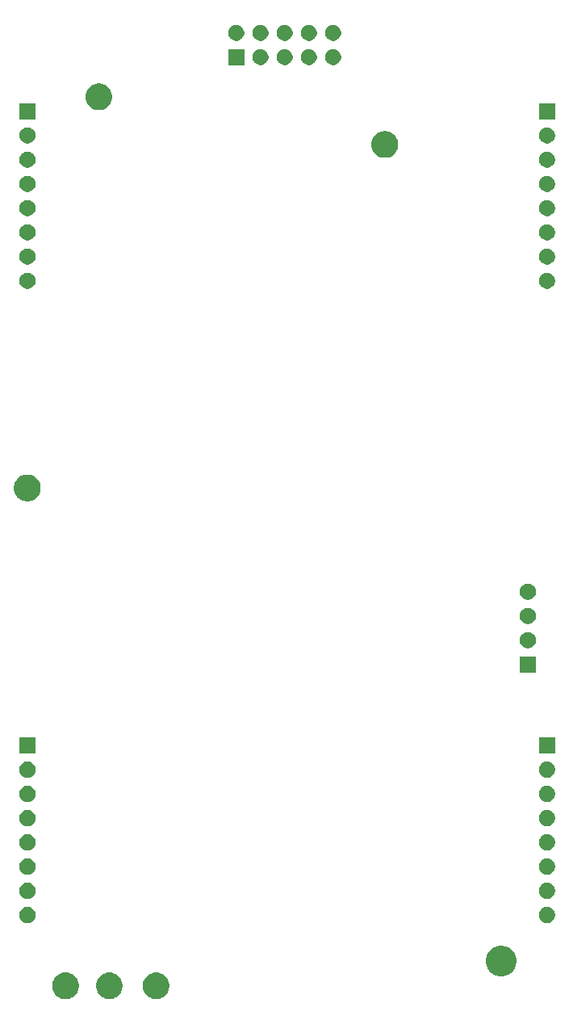
<source format=gbr>
G04 #@! TF.GenerationSoftware,KiCad,Pcbnew,(5.1.5)-3*
G04 #@! TF.CreationDate,2020-09-27T14:55:58+01:00*
G04 #@! TF.ProjectId,Alligator_Components,416c6c69-6761-4746-9f72-5f436f6d706f,rev?*
G04 #@! TF.SameCoordinates,Original*
G04 #@! TF.FileFunction,Soldermask,Bot*
G04 #@! TF.FilePolarity,Negative*
%FSLAX46Y46*%
G04 Gerber Fmt 4.6, Leading zero omitted, Abs format (unit mm)*
G04 Created by KiCad (PCBNEW (5.1.5)-3) date 2020-09-27 14:55:58*
%MOMM*%
%LPD*%
G04 APERTURE LIST*
%ADD10C,0.100000*%
G04 APERTURE END LIST*
D10*
G36*
X106773126Y-153826900D02*
G01*
X106908365Y-153853801D01*
X107163149Y-153959336D01*
X107392448Y-154112549D01*
X107587451Y-154307552D01*
X107740664Y-154536851D01*
X107846199Y-154791635D01*
X107900000Y-155062112D01*
X107900000Y-155337888D01*
X107846199Y-155608365D01*
X107740664Y-155863149D01*
X107587451Y-156092448D01*
X107392448Y-156287451D01*
X107163149Y-156440664D01*
X106908365Y-156546199D01*
X106773127Y-156573099D01*
X106637889Y-156600000D01*
X106362111Y-156600000D01*
X106226873Y-156573099D01*
X106091635Y-156546199D01*
X105836851Y-156440664D01*
X105607552Y-156287451D01*
X105412549Y-156092448D01*
X105259336Y-155863149D01*
X105153801Y-155608365D01*
X105100000Y-155337888D01*
X105100000Y-155062112D01*
X105153801Y-154791635D01*
X105259336Y-154536851D01*
X105412549Y-154307552D01*
X105607552Y-154112549D01*
X105836851Y-153959336D01*
X106091635Y-153853801D01*
X106226874Y-153826900D01*
X106362111Y-153800000D01*
X106637889Y-153800000D01*
X106773126Y-153826900D01*
G37*
G36*
X111373126Y-153826900D02*
G01*
X111508365Y-153853801D01*
X111763149Y-153959336D01*
X111992448Y-154112549D01*
X112187451Y-154307552D01*
X112340664Y-154536851D01*
X112446199Y-154791635D01*
X112500000Y-155062112D01*
X112500000Y-155337888D01*
X112446199Y-155608365D01*
X112340664Y-155863149D01*
X112187451Y-156092448D01*
X111992448Y-156287451D01*
X111763149Y-156440664D01*
X111508365Y-156546199D01*
X111373127Y-156573099D01*
X111237889Y-156600000D01*
X110962111Y-156600000D01*
X110826873Y-156573099D01*
X110691635Y-156546199D01*
X110436851Y-156440664D01*
X110207552Y-156287451D01*
X110012549Y-156092448D01*
X109859336Y-155863149D01*
X109753801Y-155608365D01*
X109700000Y-155337888D01*
X109700000Y-155062112D01*
X109753801Y-154791635D01*
X109859336Y-154536851D01*
X110012549Y-154307552D01*
X110207552Y-154112549D01*
X110436851Y-153959336D01*
X110691635Y-153853801D01*
X110826874Y-153826900D01*
X110962111Y-153800000D01*
X111237889Y-153800000D01*
X111373126Y-153826900D01*
G37*
G36*
X116273126Y-153826900D02*
G01*
X116408365Y-153853801D01*
X116663149Y-153959336D01*
X116892448Y-154112549D01*
X117087451Y-154307552D01*
X117240664Y-154536851D01*
X117346199Y-154791635D01*
X117400000Y-155062112D01*
X117400000Y-155337888D01*
X117346199Y-155608365D01*
X117240664Y-155863149D01*
X117087451Y-156092448D01*
X116892448Y-156287451D01*
X116663149Y-156440664D01*
X116408365Y-156546199D01*
X116273127Y-156573099D01*
X116137889Y-156600000D01*
X115862111Y-156600000D01*
X115726873Y-156573099D01*
X115591635Y-156546199D01*
X115336851Y-156440664D01*
X115107552Y-156287451D01*
X114912549Y-156092448D01*
X114759336Y-155863149D01*
X114653801Y-155608365D01*
X114600000Y-155337888D01*
X114600000Y-155062112D01*
X114653801Y-154791635D01*
X114759336Y-154536851D01*
X114912549Y-154307552D01*
X115107552Y-154112549D01*
X115336851Y-153959336D01*
X115591635Y-153853801D01*
X115726874Y-153826900D01*
X115862111Y-153800000D01*
X116137889Y-153800000D01*
X116273126Y-153826900D01*
G37*
G36*
X152666703Y-151061486D02*
G01*
X152957883Y-151182097D01*
X153219940Y-151357198D01*
X153442802Y-151580060D01*
X153617903Y-151842117D01*
X153738514Y-152133297D01*
X153800000Y-152442412D01*
X153800000Y-152757588D01*
X153738514Y-153066703D01*
X153617903Y-153357883D01*
X153442802Y-153619940D01*
X153219940Y-153842802D01*
X152957883Y-154017903D01*
X152666703Y-154138514D01*
X152357588Y-154200000D01*
X152042412Y-154200000D01*
X151733297Y-154138514D01*
X151442117Y-154017903D01*
X151180060Y-153842802D01*
X150957198Y-153619940D01*
X150782097Y-153357883D01*
X150661486Y-153066703D01*
X150600000Y-152757588D01*
X150600000Y-152442412D01*
X150661486Y-152133297D01*
X150782097Y-151842117D01*
X150957198Y-151580060D01*
X151180060Y-151357198D01*
X151442117Y-151182097D01*
X151733297Y-151061486D01*
X152042412Y-151000000D01*
X152357588Y-151000000D01*
X152666703Y-151061486D01*
G37*
G36*
X157247935Y-146962664D02*
G01*
X157402624Y-147026739D01*
X157402626Y-147026740D01*
X157541844Y-147119762D01*
X157660238Y-147238156D01*
X157753260Y-147377374D01*
X157753261Y-147377376D01*
X157817336Y-147532065D01*
X157850000Y-147696281D01*
X157850000Y-147863719D01*
X157817336Y-148027935D01*
X157753261Y-148182624D01*
X157753260Y-148182626D01*
X157660238Y-148321844D01*
X157541844Y-148440238D01*
X157402626Y-148533260D01*
X157402625Y-148533261D01*
X157402624Y-148533261D01*
X157247935Y-148597336D01*
X157083719Y-148630000D01*
X156916281Y-148630000D01*
X156752065Y-148597336D01*
X156597376Y-148533261D01*
X156597375Y-148533261D01*
X156597374Y-148533260D01*
X156458156Y-148440238D01*
X156339762Y-148321844D01*
X156246740Y-148182626D01*
X156246739Y-148182624D01*
X156182664Y-148027935D01*
X156150000Y-147863719D01*
X156150000Y-147696281D01*
X156182664Y-147532065D01*
X156246739Y-147377376D01*
X156246740Y-147377374D01*
X156339762Y-147238156D01*
X156458156Y-147119762D01*
X156597374Y-147026740D01*
X156597376Y-147026739D01*
X156752065Y-146962664D01*
X156916281Y-146930000D01*
X157083719Y-146930000D01*
X157247935Y-146962664D01*
G37*
G36*
X102747935Y-146962664D02*
G01*
X102902624Y-147026739D01*
X102902626Y-147026740D01*
X103041844Y-147119762D01*
X103160238Y-147238156D01*
X103253260Y-147377374D01*
X103253261Y-147377376D01*
X103317336Y-147532065D01*
X103350000Y-147696281D01*
X103350000Y-147863719D01*
X103317336Y-148027935D01*
X103253261Y-148182624D01*
X103253260Y-148182626D01*
X103160238Y-148321844D01*
X103041844Y-148440238D01*
X102902626Y-148533260D01*
X102902625Y-148533261D01*
X102902624Y-148533261D01*
X102747935Y-148597336D01*
X102583719Y-148630000D01*
X102416281Y-148630000D01*
X102252065Y-148597336D01*
X102097376Y-148533261D01*
X102097375Y-148533261D01*
X102097374Y-148533260D01*
X101958156Y-148440238D01*
X101839762Y-148321844D01*
X101746740Y-148182626D01*
X101746739Y-148182624D01*
X101682664Y-148027935D01*
X101650000Y-147863719D01*
X101650000Y-147696281D01*
X101682664Y-147532065D01*
X101746739Y-147377376D01*
X101746740Y-147377374D01*
X101839762Y-147238156D01*
X101958156Y-147119762D01*
X102097374Y-147026740D01*
X102097376Y-147026739D01*
X102252065Y-146962664D01*
X102416281Y-146930000D01*
X102583719Y-146930000D01*
X102747935Y-146962664D01*
G37*
G36*
X102747935Y-144422664D02*
G01*
X102902624Y-144486739D01*
X102902626Y-144486740D01*
X103041844Y-144579762D01*
X103160238Y-144698156D01*
X103253260Y-144837374D01*
X103253261Y-144837376D01*
X103317336Y-144992065D01*
X103350000Y-145156281D01*
X103350000Y-145323719D01*
X103317336Y-145487935D01*
X103253261Y-145642624D01*
X103253260Y-145642626D01*
X103160238Y-145781844D01*
X103041844Y-145900238D01*
X102902626Y-145993260D01*
X102902625Y-145993261D01*
X102902624Y-145993261D01*
X102747935Y-146057336D01*
X102583719Y-146090000D01*
X102416281Y-146090000D01*
X102252065Y-146057336D01*
X102097376Y-145993261D01*
X102097375Y-145993261D01*
X102097374Y-145993260D01*
X101958156Y-145900238D01*
X101839762Y-145781844D01*
X101746740Y-145642626D01*
X101746739Y-145642624D01*
X101682664Y-145487935D01*
X101650000Y-145323719D01*
X101650000Y-145156281D01*
X101682664Y-144992065D01*
X101746739Y-144837376D01*
X101746740Y-144837374D01*
X101839762Y-144698156D01*
X101958156Y-144579762D01*
X102097374Y-144486740D01*
X102097376Y-144486739D01*
X102252065Y-144422664D01*
X102416281Y-144390000D01*
X102583719Y-144390000D01*
X102747935Y-144422664D01*
G37*
G36*
X157247935Y-144422664D02*
G01*
X157402624Y-144486739D01*
X157402626Y-144486740D01*
X157541844Y-144579762D01*
X157660238Y-144698156D01*
X157753260Y-144837374D01*
X157753261Y-144837376D01*
X157817336Y-144992065D01*
X157850000Y-145156281D01*
X157850000Y-145323719D01*
X157817336Y-145487935D01*
X157753261Y-145642624D01*
X157753260Y-145642626D01*
X157660238Y-145781844D01*
X157541844Y-145900238D01*
X157402626Y-145993260D01*
X157402625Y-145993261D01*
X157402624Y-145993261D01*
X157247935Y-146057336D01*
X157083719Y-146090000D01*
X156916281Y-146090000D01*
X156752065Y-146057336D01*
X156597376Y-145993261D01*
X156597375Y-145993261D01*
X156597374Y-145993260D01*
X156458156Y-145900238D01*
X156339762Y-145781844D01*
X156246740Y-145642626D01*
X156246739Y-145642624D01*
X156182664Y-145487935D01*
X156150000Y-145323719D01*
X156150000Y-145156281D01*
X156182664Y-144992065D01*
X156246739Y-144837376D01*
X156246740Y-144837374D01*
X156339762Y-144698156D01*
X156458156Y-144579762D01*
X156597374Y-144486740D01*
X156597376Y-144486739D01*
X156752065Y-144422664D01*
X156916281Y-144390000D01*
X157083719Y-144390000D01*
X157247935Y-144422664D01*
G37*
G36*
X102747935Y-141882664D02*
G01*
X102902624Y-141946739D01*
X102902626Y-141946740D01*
X103041844Y-142039762D01*
X103160238Y-142158156D01*
X103253260Y-142297374D01*
X103253261Y-142297376D01*
X103317336Y-142452065D01*
X103350000Y-142616281D01*
X103350000Y-142783719D01*
X103317336Y-142947935D01*
X103253261Y-143102624D01*
X103253260Y-143102626D01*
X103160238Y-143241844D01*
X103041844Y-143360238D01*
X102902626Y-143453260D01*
X102902625Y-143453261D01*
X102902624Y-143453261D01*
X102747935Y-143517336D01*
X102583719Y-143550000D01*
X102416281Y-143550000D01*
X102252065Y-143517336D01*
X102097376Y-143453261D01*
X102097375Y-143453261D01*
X102097374Y-143453260D01*
X101958156Y-143360238D01*
X101839762Y-143241844D01*
X101746740Y-143102626D01*
X101746739Y-143102624D01*
X101682664Y-142947935D01*
X101650000Y-142783719D01*
X101650000Y-142616281D01*
X101682664Y-142452065D01*
X101746739Y-142297376D01*
X101746740Y-142297374D01*
X101839762Y-142158156D01*
X101958156Y-142039762D01*
X102097374Y-141946740D01*
X102097376Y-141946739D01*
X102252065Y-141882664D01*
X102416281Y-141850000D01*
X102583719Y-141850000D01*
X102747935Y-141882664D01*
G37*
G36*
X157247935Y-141882664D02*
G01*
X157402624Y-141946739D01*
X157402626Y-141946740D01*
X157541844Y-142039762D01*
X157660238Y-142158156D01*
X157753260Y-142297374D01*
X157753261Y-142297376D01*
X157817336Y-142452065D01*
X157850000Y-142616281D01*
X157850000Y-142783719D01*
X157817336Y-142947935D01*
X157753261Y-143102624D01*
X157753260Y-143102626D01*
X157660238Y-143241844D01*
X157541844Y-143360238D01*
X157402626Y-143453260D01*
X157402625Y-143453261D01*
X157402624Y-143453261D01*
X157247935Y-143517336D01*
X157083719Y-143550000D01*
X156916281Y-143550000D01*
X156752065Y-143517336D01*
X156597376Y-143453261D01*
X156597375Y-143453261D01*
X156597374Y-143453260D01*
X156458156Y-143360238D01*
X156339762Y-143241844D01*
X156246740Y-143102626D01*
X156246739Y-143102624D01*
X156182664Y-142947935D01*
X156150000Y-142783719D01*
X156150000Y-142616281D01*
X156182664Y-142452065D01*
X156246739Y-142297376D01*
X156246740Y-142297374D01*
X156339762Y-142158156D01*
X156458156Y-142039762D01*
X156597374Y-141946740D01*
X156597376Y-141946739D01*
X156752065Y-141882664D01*
X156916281Y-141850000D01*
X157083719Y-141850000D01*
X157247935Y-141882664D01*
G37*
G36*
X102747935Y-139342664D02*
G01*
X102902624Y-139406739D01*
X102902626Y-139406740D01*
X103041844Y-139499762D01*
X103160238Y-139618156D01*
X103253260Y-139757374D01*
X103253261Y-139757376D01*
X103317336Y-139912065D01*
X103350000Y-140076281D01*
X103350000Y-140243719D01*
X103317336Y-140407935D01*
X103253261Y-140562624D01*
X103253260Y-140562626D01*
X103160238Y-140701844D01*
X103041844Y-140820238D01*
X102902626Y-140913260D01*
X102902625Y-140913261D01*
X102902624Y-140913261D01*
X102747935Y-140977336D01*
X102583719Y-141010000D01*
X102416281Y-141010000D01*
X102252065Y-140977336D01*
X102097376Y-140913261D01*
X102097375Y-140913261D01*
X102097374Y-140913260D01*
X101958156Y-140820238D01*
X101839762Y-140701844D01*
X101746740Y-140562626D01*
X101746739Y-140562624D01*
X101682664Y-140407935D01*
X101650000Y-140243719D01*
X101650000Y-140076281D01*
X101682664Y-139912065D01*
X101746739Y-139757376D01*
X101746740Y-139757374D01*
X101839762Y-139618156D01*
X101958156Y-139499762D01*
X102097374Y-139406740D01*
X102097376Y-139406739D01*
X102252065Y-139342664D01*
X102416281Y-139310000D01*
X102583719Y-139310000D01*
X102747935Y-139342664D01*
G37*
G36*
X157247935Y-139342664D02*
G01*
X157402624Y-139406739D01*
X157402626Y-139406740D01*
X157541844Y-139499762D01*
X157660238Y-139618156D01*
X157753260Y-139757374D01*
X157753261Y-139757376D01*
X157817336Y-139912065D01*
X157850000Y-140076281D01*
X157850000Y-140243719D01*
X157817336Y-140407935D01*
X157753261Y-140562624D01*
X157753260Y-140562626D01*
X157660238Y-140701844D01*
X157541844Y-140820238D01*
X157402626Y-140913260D01*
X157402625Y-140913261D01*
X157402624Y-140913261D01*
X157247935Y-140977336D01*
X157083719Y-141010000D01*
X156916281Y-141010000D01*
X156752065Y-140977336D01*
X156597376Y-140913261D01*
X156597375Y-140913261D01*
X156597374Y-140913260D01*
X156458156Y-140820238D01*
X156339762Y-140701844D01*
X156246740Y-140562626D01*
X156246739Y-140562624D01*
X156182664Y-140407935D01*
X156150000Y-140243719D01*
X156150000Y-140076281D01*
X156182664Y-139912065D01*
X156246739Y-139757376D01*
X156246740Y-139757374D01*
X156339762Y-139618156D01*
X156458156Y-139499762D01*
X156597374Y-139406740D01*
X156597376Y-139406739D01*
X156752065Y-139342664D01*
X156916281Y-139310000D01*
X157083719Y-139310000D01*
X157247935Y-139342664D01*
G37*
G36*
X102747935Y-136802664D02*
G01*
X102902624Y-136866739D01*
X102902626Y-136866740D01*
X103041844Y-136959762D01*
X103160238Y-137078156D01*
X103253260Y-137217374D01*
X103253261Y-137217376D01*
X103317336Y-137372065D01*
X103350000Y-137536281D01*
X103350000Y-137703719D01*
X103317336Y-137867935D01*
X103253261Y-138022624D01*
X103253260Y-138022626D01*
X103160238Y-138161844D01*
X103041844Y-138280238D01*
X102902626Y-138373260D01*
X102902625Y-138373261D01*
X102902624Y-138373261D01*
X102747935Y-138437336D01*
X102583719Y-138470000D01*
X102416281Y-138470000D01*
X102252065Y-138437336D01*
X102097376Y-138373261D01*
X102097375Y-138373261D01*
X102097374Y-138373260D01*
X101958156Y-138280238D01*
X101839762Y-138161844D01*
X101746740Y-138022626D01*
X101746739Y-138022624D01*
X101682664Y-137867935D01*
X101650000Y-137703719D01*
X101650000Y-137536281D01*
X101682664Y-137372065D01*
X101746739Y-137217376D01*
X101746740Y-137217374D01*
X101839762Y-137078156D01*
X101958156Y-136959762D01*
X102097374Y-136866740D01*
X102097376Y-136866739D01*
X102252065Y-136802664D01*
X102416281Y-136770000D01*
X102583719Y-136770000D01*
X102747935Y-136802664D01*
G37*
G36*
X157247935Y-136802664D02*
G01*
X157402624Y-136866739D01*
X157402626Y-136866740D01*
X157541844Y-136959762D01*
X157660238Y-137078156D01*
X157753260Y-137217374D01*
X157753261Y-137217376D01*
X157817336Y-137372065D01*
X157850000Y-137536281D01*
X157850000Y-137703719D01*
X157817336Y-137867935D01*
X157753261Y-138022624D01*
X157753260Y-138022626D01*
X157660238Y-138161844D01*
X157541844Y-138280238D01*
X157402626Y-138373260D01*
X157402625Y-138373261D01*
X157402624Y-138373261D01*
X157247935Y-138437336D01*
X157083719Y-138470000D01*
X156916281Y-138470000D01*
X156752065Y-138437336D01*
X156597376Y-138373261D01*
X156597375Y-138373261D01*
X156597374Y-138373260D01*
X156458156Y-138280238D01*
X156339762Y-138161844D01*
X156246740Y-138022626D01*
X156246739Y-138022624D01*
X156182664Y-137867935D01*
X156150000Y-137703719D01*
X156150000Y-137536281D01*
X156182664Y-137372065D01*
X156246739Y-137217376D01*
X156246740Y-137217374D01*
X156339762Y-137078156D01*
X156458156Y-136959762D01*
X156597374Y-136866740D01*
X156597376Y-136866739D01*
X156752065Y-136802664D01*
X156916281Y-136770000D01*
X157083719Y-136770000D01*
X157247935Y-136802664D01*
G37*
G36*
X157247935Y-134262664D02*
G01*
X157402624Y-134326739D01*
X157402626Y-134326740D01*
X157541844Y-134419762D01*
X157660238Y-134538156D01*
X157753260Y-134677374D01*
X157753261Y-134677376D01*
X157817336Y-134832065D01*
X157850000Y-134996281D01*
X157850000Y-135163719D01*
X157817336Y-135327935D01*
X157753261Y-135482624D01*
X157753260Y-135482626D01*
X157660238Y-135621844D01*
X157541844Y-135740238D01*
X157402626Y-135833260D01*
X157402625Y-135833261D01*
X157402624Y-135833261D01*
X157247935Y-135897336D01*
X157083719Y-135930000D01*
X156916281Y-135930000D01*
X156752065Y-135897336D01*
X156597376Y-135833261D01*
X156597375Y-135833261D01*
X156597374Y-135833260D01*
X156458156Y-135740238D01*
X156339762Y-135621844D01*
X156246740Y-135482626D01*
X156246739Y-135482624D01*
X156182664Y-135327935D01*
X156150000Y-135163719D01*
X156150000Y-134996281D01*
X156182664Y-134832065D01*
X156246739Y-134677376D01*
X156246740Y-134677374D01*
X156339762Y-134538156D01*
X156458156Y-134419762D01*
X156597374Y-134326740D01*
X156597376Y-134326739D01*
X156752065Y-134262664D01*
X156916281Y-134230000D01*
X157083719Y-134230000D01*
X157247935Y-134262664D01*
G37*
G36*
X102747935Y-134262664D02*
G01*
X102902624Y-134326739D01*
X102902626Y-134326740D01*
X103041844Y-134419762D01*
X103160238Y-134538156D01*
X103253260Y-134677374D01*
X103253261Y-134677376D01*
X103317336Y-134832065D01*
X103350000Y-134996281D01*
X103350000Y-135163719D01*
X103317336Y-135327935D01*
X103253261Y-135482624D01*
X103253260Y-135482626D01*
X103160238Y-135621844D01*
X103041844Y-135740238D01*
X102902626Y-135833260D01*
X102902625Y-135833261D01*
X102902624Y-135833261D01*
X102747935Y-135897336D01*
X102583719Y-135930000D01*
X102416281Y-135930000D01*
X102252065Y-135897336D01*
X102097376Y-135833261D01*
X102097375Y-135833261D01*
X102097374Y-135833260D01*
X101958156Y-135740238D01*
X101839762Y-135621844D01*
X101746740Y-135482626D01*
X101746739Y-135482624D01*
X101682664Y-135327935D01*
X101650000Y-135163719D01*
X101650000Y-134996281D01*
X101682664Y-134832065D01*
X101746739Y-134677376D01*
X101746740Y-134677374D01*
X101839762Y-134538156D01*
X101958156Y-134419762D01*
X102097374Y-134326740D01*
X102097376Y-134326739D01*
X102252065Y-134262664D01*
X102416281Y-134230000D01*
X102583719Y-134230000D01*
X102747935Y-134262664D01*
G37*
G36*
X157247935Y-131722664D02*
G01*
X157402624Y-131786739D01*
X157402626Y-131786740D01*
X157541844Y-131879762D01*
X157660238Y-131998156D01*
X157753260Y-132137374D01*
X157753261Y-132137376D01*
X157817336Y-132292065D01*
X157850000Y-132456281D01*
X157850000Y-132623719D01*
X157817336Y-132787935D01*
X157753261Y-132942624D01*
X157753260Y-132942626D01*
X157660238Y-133081844D01*
X157541844Y-133200238D01*
X157402626Y-133293260D01*
X157402625Y-133293261D01*
X157402624Y-133293261D01*
X157247935Y-133357336D01*
X157083719Y-133390000D01*
X156916281Y-133390000D01*
X156752065Y-133357336D01*
X156597376Y-133293261D01*
X156597375Y-133293261D01*
X156597374Y-133293260D01*
X156458156Y-133200238D01*
X156339762Y-133081844D01*
X156246740Y-132942626D01*
X156246739Y-132942624D01*
X156182664Y-132787935D01*
X156150000Y-132623719D01*
X156150000Y-132456281D01*
X156182664Y-132292065D01*
X156246739Y-132137376D01*
X156246740Y-132137374D01*
X156339762Y-131998156D01*
X156458156Y-131879762D01*
X156597374Y-131786740D01*
X156597376Y-131786739D01*
X156752065Y-131722664D01*
X156916281Y-131690000D01*
X157083719Y-131690000D01*
X157247935Y-131722664D01*
G37*
G36*
X102747935Y-131722664D02*
G01*
X102902624Y-131786739D01*
X102902626Y-131786740D01*
X103041844Y-131879762D01*
X103160238Y-131998156D01*
X103253260Y-132137374D01*
X103253261Y-132137376D01*
X103317336Y-132292065D01*
X103350000Y-132456281D01*
X103350000Y-132623719D01*
X103317336Y-132787935D01*
X103253261Y-132942624D01*
X103253260Y-132942626D01*
X103160238Y-133081844D01*
X103041844Y-133200238D01*
X102902626Y-133293260D01*
X102902625Y-133293261D01*
X102902624Y-133293261D01*
X102747935Y-133357336D01*
X102583719Y-133390000D01*
X102416281Y-133390000D01*
X102252065Y-133357336D01*
X102097376Y-133293261D01*
X102097375Y-133293261D01*
X102097374Y-133293260D01*
X101958156Y-133200238D01*
X101839762Y-133081844D01*
X101746740Y-132942626D01*
X101746739Y-132942624D01*
X101682664Y-132787935D01*
X101650000Y-132623719D01*
X101650000Y-132456281D01*
X101682664Y-132292065D01*
X101746739Y-132137376D01*
X101746740Y-132137374D01*
X101839762Y-131998156D01*
X101958156Y-131879762D01*
X102097374Y-131786740D01*
X102097376Y-131786739D01*
X102252065Y-131722664D01*
X102416281Y-131690000D01*
X102583719Y-131690000D01*
X102747935Y-131722664D01*
G37*
G36*
X157850000Y-130850000D02*
G01*
X156150000Y-130850000D01*
X156150000Y-129150000D01*
X157850000Y-129150000D01*
X157850000Y-130850000D01*
G37*
G36*
X103350000Y-130850000D02*
G01*
X101650000Y-130850000D01*
X101650000Y-129150000D01*
X103350000Y-129150000D01*
X103350000Y-130850000D01*
G37*
G36*
X155850000Y-122350000D02*
G01*
X154150000Y-122350000D01*
X154150000Y-120650000D01*
X155850000Y-120650000D01*
X155850000Y-122350000D01*
G37*
G36*
X155247935Y-118142664D02*
G01*
X155402624Y-118206739D01*
X155402626Y-118206740D01*
X155541844Y-118299762D01*
X155660238Y-118418156D01*
X155753260Y-118557374D01*
X155753261Y-118557376D01*
X155817336Y-118712065D01*
X155850000Y-118876281D01*
X155850000Y-119043719D01*
X155817336Y-119207935D01*
X155753261Y-119362624D01*
X155753260Y-119362626D01*
X155660238Y-119501844D01*
X155541844Y-119620238D01*
X155402626Y-119713260D01*
X155402625Y-119713261D01*
X155402624Y-119713261D01*
X155247935Y-119777336D01*
X155083719Y-119810000D01*
X154916281Y-119810000D01*
X154752065Y-119777336D01*
X154597376Y-119713261D01*
X154597375Y-119713261D01*
X154597374Y-119713260D01*
X154458156Y-119620238D01*
X154339762Y-119501844D01*
X154246740Y-119362626D01*
X154246739Y-119362624D01*
X154182664Y-119207935D01*
X154150000Y-119043719D01*
X154150000Y-118876281D01*
X154182664Y-118712065D01*
X154246739Y-118557376D01*
X154246740Y-118557374D01*
X154339762Y-118418156D01*
X154458156Y-118299762D01*
X154597374Y-118206740D01*
X154597376Y-118206739D01*
X154752065Y-118142664D01*
X154916281Y-118110000D01*
X155083719Y-118110000D01*
X155247935Y-118142664D01*
G37*
G36*
X155247935Y-115602664D02*
G01*
X155402624Y-115666739D01*
X155402626Y-115666740D01*
X155541844Y-115759762D01*
X155660238Y-115878156D01*
X155753260Y-116017374D01*
X155753261Y-116017376D01*
X155817336Y-116172065D01*
X155850000Y-116336281D01*
X155850000Y-116503719D01*
X155817336Y-116667935D01*
X155753261Y-116822624D01*
X155753260Y-116822626D01*
X155660238Y-116961844D01*
X155541844Y-117080238D01*
X155402626Y-117173260D01*
X155402625Y-117173261D01*
X155402624Y-117173261D01*
X155247935Y-117237336D01*
X155083719Y-117270000D01*
X154916281Y-117270000D01*
X154752065Y-117237336D01*
X154597376Y-117173261D01*
X154597375Y-117173261D01*
X154597374Y-117173260D01*
X154458156Y-117080238D01*
X154339762Y-116961844D01*
X154246740Y-116822626D01*
X154246739Y-116822624D01*
X154182664Y-116667935D01*
X154150000Y-116503719D01*
X154150000Y-116336281D01*
X154182664Y-116172065D01*
X154246739Y-116017376D01*
X154246740Y-116017374D01*
X154339762Y-115878156D01*
X154458156Y-115759762D01*
X154597374Y-115666740D01*
X154597376Y-115666739D01*
X154752065Y-115602664D01*
X154916281Y-115570000D01*
X155083719Y-115570000D01*
X155247935Y-115602664D01*
G37*
G36*
X155247935Y-113062664D02*
G01*
X155402624Y-113126739D01*
X155402626Y-113126740D01*
X155541844Y-113219762D01*
X155660238Y-113338156D01*
X155753260Y-113477374D01*
X155753261Y-113477376D01*
X155817336Y-113632065D01*
X155850000Y-113796281D01*
X155850000Y-113963719D01*
X155817336Y-114127935D01*
X155753261Y-114282624D01*
X155753260Y-114282626D01*
X155660238Y-114421844D01*
X155541844Y-114540238D01*
X155402626Y-114633260D01*
X155402625Y-114633261D01*
X155402624Y-114633261D01*
X155247935Y-114697336D01*
X155083719Y-114730000D01*
X154916281Y-114730000D01*
X154752065Y-114697336D01*
X154597376Y-114633261D01*
X154597375Y-114633261D01*
X154597374Y-114633260D01*
X154458156Y-114540238D01*
X154339762Y-114421844D01*
X154246740Y-114282626D01*
X154246739Y-114282624D01*
X154182664Y-114127935D01*
X154150000Y-113963719D01*
X154150000Y-113796281D01*
X154182664Y-113632065D01*
X154246739Y-113477376D01*
X154246740Y-113477374D01*
X154339762Y-113338156D01*
X154458156Y-113219762D01*
X154597374Y-113126740D01*
X154597376Y-113126739D01*
X154752065Y-113062664D01*
X154916281Y-113030000D01*
X155083719Y-113030000D01*
X155247935Y-113062664D01*
G37*
G36*
X102773126Y-101626900D02*
G01*
X102908365Y-101653801D01*
X103163149Y-101759336D01*
X103392448Y-101912549D01*
X103587451Y-102107552D01*
X103740664Y-102336851D01*
X103846199Y-102591635D01*
X103900000Y-102862112D01*
X103900000Y-103137888D01*
X103846199Y-103408365D01*
X103740664Y-103663149D01*
X103587451Y-103892448D01*
X103392448Y-104087451D01*
X103163149Y-104240664D01*
X102908365Y-104346199D01*
X102773127Y-104373099D01*
X102637889Y-104400000D01*
X102362111Y-104400000D01*
X102226874Y-104373100D01*
X102091635Y-104346199D01*
X101836851Y-104240664D01*
X101607552Y-104087451D01*
X101412549Y-103892448D01*
X101259336Y-103663149D01*
X101153801Y-103408365D01*
X101100000Y-103137888D01*
X101100000Y-102862112D01*
X101153801Y-102591635D01*
X101259336Y-102336851D01*
X101412549Y-102107552D01*
X101607552Y-101912549D01*
X101836851Y-101759336D01*
X102091635Y-101653801D01*
X102226874Y-101626900D01*
X102362111Y-101600000D01*
X102637889Y-101600000D01*
X102773126Y-101626900D01*
G37*
G36*
X102747935Y-80462664D02*
G01*
X102902624Y-80526739D01*
X102902626Y-80526740D01*
X103041844Y-80619762D01*
X103160238Y-80738156D01*
X103253260Y-80877374D01*
X103253261Y-80877376D01*
X103317336Y-81032065D01*
X103350000Y-81196281D01*
X103350000Y-81363719D01*
X103317336Y-81527935D01*
X103253261Y-81682624D01*
X103253260Y-81682626D01*
X103160238Y-81821844D01*
X103041844Y-81940238D01*
X102902626Y-82033260D01*
X102902625Y-82033261D01*
X102902624Y-82033261D01*
X102747935Y-82097336D01*
X102583719Y-82130000D01*
X102416281Y-82130000D01*
X102252065Y-82097336D01*
X102097376Y-82033261D01*
X102097375Y-82033261D01*
X102097374Y-82033260D01*
X101958156Y-81940238D01*
X101839762Y-81821844D01*
X101746740Y-81682626D01*
X101746739Y-81682624D01*
X101682664Y-81527935D01*
X101650000Y-81363719D01*
X101650000Y-81196281D01*
X101682664Y-81032065D01*
X101746739Y-80877376D01*
X101746740Y-80877374D01*
X101839762Y-80738156D01*
X101958156Y-80619762D01*
X102097374Y-80526740D01*
X102097376Y-80526739D01*
X102252065Y-80462664D01*
X102416281Y-80430000D01*
X102583719Y-80430000D01*
X102747935Y-80462664D01*
G37*
G36*
X157247935Y-80462664D02*
G01*
X157402624Y-80526739D01*
X157402626Y-80526740D01*
X157541844Y-80619762D01*
X157660238Y-80738156D01*
X157753260Y-80877374D01*
X157753261Y-80877376D01*
X157817336Y-81032065D01*
X157850000Y-81196281D01*
X157850000Y-81363719D01*
X157817336Y-81527935D01*
X157753261Y-81682624D01*
X157753260Y-81682626D01*
X157660238Y-81821844D01*
X157541844Y-81940238D01*
X157402626Y-82033260D01*
X157402625Y-82033261D01*
X157402624Y-82033261D01*
X157247935Y-82097336D01*
X157083719Y-82130000D01*
X156916281Y-82130000D01*
X156752065Y-82097336D01*
X156597376Y-82033261D01*
X156597375Y-82033261D01*
X156597374Y-82033260D01*
X156458156Y-81940238D01*
X156339762Y-81821844D01*
X156246740Y-81682626D01*
X156246739Y-81682624D01*
X156182664Y-81527935D01*
X156150000Y-81363719D01*
X156150000Y-81196281D01*
X156182664Y-81032065D01*
X156246739Y-80877376D01*
X156246740Y-80877374D01*
X156339762Y-80738156D01*
X156458156Y-80619762D01*
X156597374Y-80526740D01*
X156597376Y-80526739D01*
X156752065Y-80462664D01*
X156916281Y-80430000D01*
X157083719Y-80430000D01*
X157247935Y-80462664D01*
G37*
G36*
X102747935Y-77922664D02*
G01*
X102902624Y-77986739D01*
X102902626Y-77986740D01*
X103041844Y-78079762D01*
X103160238Y-78198156D01*
X103253260Y-78337374D01*
X103253261Y-78337376D01*
X103317336Y-78492065D01*
X103350000Y-78656281D01*
X103350000Y-78823719D01*
X103317336Y-78987935D01*
X103253261Y-79142624D01*
X103253260Y-79142626D01*
X103160238Y-79281844D01*
X103041844Y-79400238D01*
X102902626Y-79493260D01*
X102902625Y-79493261D01*
X102902624Y-79493261D01*
X102747935Y-79557336D01*
X102583719Y-79590000D01*
X102416281Y-79590000D01*
X102252065Y-79557336D01*
X102097376Y-79493261D01*
X102097375Y-79493261D01*
X102097374Y-79493260D01*
X101958156Y-79400238D01*
X101839762Y-79281844D01*
X101746740Y-79142626D01*
X101746739Y-79142624D01*
X101682664Y-78987935D01*
X101650000Y-78823719D01*
X101650000Y-78656281D01*
X101682664Y-78492065D01*
X101746739Y-78337376D01*
X101746740Y-78337374D01*
X101839762Y-78198156D01*
X101958156Y-78079762D01*
X102097374Y-77986740D01*
X102097376Y-77986739D01*
X102252065Y-77922664D01*
X102416281Y-77890000D01*
X102583719Y-77890000D01*
X102747935Y-77922664D01*
G37*
G36*
X157247935Y-77922664D02*
G01*
X157402624Y-77986739D01*
X157402626Y-77986740D01*
X157541844Y-78079762D01*
X157660238Y-78198156D01*
X157753260Y-78337374D01*
X157753261Y-78337376D01*
X157817336Y-78492065D01*
X157850000Y-78656281D01*
X157850000Y-78823719D01*
X157817336Y-78987935D01*
X157753261Y-79142624D01*
X157753260Y-79142626D01*
X157660238Y-79281844D01*
X157541844Y-79400238D01*
X157402626Y-79493260D01*
X157402625Y-79493261D01*
X157402624Y-79493261D01*
X157247935Y-79557336D01*
X157083719Y-79590000D01*
X156916281Y-79590000D01*
X156752065Y-79557336D01*
X156597376Y-79493261D01*
X156597375Y-79493261D01*
X156597374Y-79493260D01*
X156458156Y-79400238D01*
X156339762Y-79281844D01*
X156246740Y-79142626D01*
X156246739Y-79142624D01*
X156182664Y-78987935D01*
X156150000Y-78823719D01*
X156150000Y-78656281D01*
X156182664Y-78492065D01*
X156246739Y-78337376D01*
X156246740Y-78337374D01*
X156339762Y-78198156D01*
X156458156Y-78079762D01*
X156597374Y-77986740D01*
X156597376Y-77986739D01*
X156752065Y-77922664D01*
X156916281Y-77890000D01*
X157083719Y-77890000D01*
X157247935Y-77922664D01*
G37*
G36*
X157247935Y-75382664D02*
G01*
X157402624Y-75446739D01*
X157402626Y-75446740D01*
X157541844Y-75539762D01*
X157660238Y-75658156D01*
X157753260Y-75797374D01*
X157753261Y-75797376D01*
X157817336Y-75952065D01*
X157850000Y-76116281D01*
X157850000Y-76283719D01*
X157817336Y-76447935D01*
X157753261Y-76602624D01*
X157753260Y-76602626D01*
X157660238Y-76741844D01*
X157541844Y-76860238D01*
X157402626Y-76953260D01*
X157402625Y-76953261D01*
X157402624Y-76953261D01*
X157247935Y-77017336D01*
X157083719Y-77050000D01*
X156916281Y-77050000D01*
X156752065Y-77017336D01*
X156597376Y-76953261D01*
X156597375Y-76953261D01*
X156597374Y-76953260D01*
X156458156Y-76860238D01*
X156339762Y-76741844D01*
X156246740Y-76602626D01*
X156246739Y-76602624D01*
X156182664Y-76447935D01*
X156150000Y-76283719D01*
X156150000Y-76116281D01*
X156182664Y-75952065D01*
X156246739Y-75797376D01*
X156246740Y-75797374D01*
X156339762Y-75658156D01*
X156458156Y-75539762D01*
X156597374Y-75446740D01*
X156597376Y-75446739D01*
X156752065Y-75382664D01*
X156916281Y-75350000D01*
X157083719Y-75350000D01*
X157247935Y-75382664D01*
G37*
G36*
X102747935Y-75382664D02*
G01*
X102902624Y-75446739D01*
X102902626Y-75446740D01*
X103041844Y-75539762D01*
X103160238Y-75658156D01*
X103253260Y-75797374D01*
X103253261Y-75797376D01*
X103317336Y-75952065D01*
X103350000Y-76116281D01*
X103350000Y-76283719D01*
X103317336Y-76447935D01*
X103253261Y-76602624D01*
X103253260Y-76602626D01*
X103160238Y-76741844D01*
X103041844Y-76860238D01*
X102902626Y-76953260D01*
X102902625Y-76953261D01*
X102902624Y-76953261D01*
X102747935Y-77017336D01*
X102583719Y-77050000D01*
X102416281Y-77050000D01*
X102252065Y-77017336D01*
X102097376Y-76953261D01*
X102097375Y-76953261D01*
X102097374Y-76953260D01*
X101958156Y-76860238D01*
X101839762Y-76741844D01*
X101746740Y-76602626D01*
X101746739Y-76602624D01*
X101682664Y-76447935D01*
X101650000Y-76283719D01*
X101650000Y-76116281D01*
X101682664Y-75952065D01*
X101746739Y-75797376D01*
X101746740Y-75797374D01*
X101839762Y-75658156D01*
X101958156Y-75539762D01*
X102097374Y-75446740D01*
X102097376Y-75446739D01*
X102252065Y-75382664D01*
X102416281Y-75350000D01*
X102583719Y-75350000D01*
X102747935Y-75382664D01*
G37*
G36*
X157247935Y-72842664D02*
G01*
X157402624Y-72906739D01*
X157402626Y-72906740D01*
X157541844Y-72999762D01*
X157660238Y-73118156D01*
X157753260Y-73257374D01*
X157753261Y-73257376D01*
X157817336Y-73412065D01*
X157850000Y-73576281D01*
X157850000Y-73743719D01*
X157817336Y-73907935D01*
X157753261Y-74062624D01*
X157753260Y-74062626D01*
X157660238Y-74201844D01*
X157541844Y-74320238D01*
X157402626Y-74413260D01*
X157402625Y-74413261D01*
X157402624Y-74413261D01*
X157247935Y-74477336D01*
X157083719Y-74510000D01*
X156916281Y-74510000D01*
X156752065Y-74477336D01*
X156597376Y-74413261D01*
X156597375Y-74413261D01*
X156597374Y-74413260D01*
X156458156Y-74320238D01*
X156339762Y-74201844D01*
X156246740Y-74062626D01*
X156246739Y-74062624D01*
X156182664Y-73907935D01*
X156150000Y-73743719D01*
X156150000Y-73576281D01*
X156182664Y-73412065D01*
X156246739Y-73257376D01*
X156246740Y-73257374D01*
X156339762Y-73118156D01*
X156458156Y-72999762D01*
X156597374Y-72906740D01*
X156597376Y-72906739D01*
X156752065Y-72842664D01*
X156916281Y-72810000D01*
X157083719Y-72810000D01*
X157247935Y-72842664D01*
G37*
G36*
X102747935Y-72842664D02*
G01*
X102902624Y-72906739D01*
X102902626Y-72906740D01*
X103041844Y-72999762D01*
X103160238Y-73118156D01*
X103253260Y-73257374D01*
X103253261Y-73257376D01*
X103317336Y-73412065D01*
X103350000Y-73576281D01*
X103350000Y-73743719D01*
X103317336Y-73907935D01*
X103253261Y-74062624D01*
X103253260Y-74062626D01*
X103160238Y-74201844D01*
X103041844Y-74320238D01*
X102902626Y-74413260D01*
X102902625Y-74413261D01*
X102902624Y-74413261D01*
X102747935Y-74477336D01*
X102583719Y-74510000D01*
X102416281Y-74510000D01*
X102252065Y-74477336D01*
X102097376Y-74413261D01*
X102097375Y-74413261D01*
X102097374Y-74413260D01*
X101958156Y-74320238D01*
X101839762Y-74201844D01*
X101746740Y-74062626D01*
X101746739Y-74062624D01*
X101682664Y-73907935D01*
X101650000Y-73743719D01*
X101650000Y-73576281D01*
X101682664Y-73412065D01*
X101746739Y-73257376D01*
X101746740Y-73257374D01*
X101839762Y-73118156D01*
X101958156Y-72999762D01*
X102097374Y-72906740D01*
X102097376Y-72906739D01*
X102252065Y-72842664D01*
X102416281Y-72810000D01*
X102583719Y-72810000D01*
X102747935Y-72842664D01*
G37*
G36*
X102747935Y-70302664D02*
G01*
X102902624Y-70366739D01*
X102902626Y-70366740D01*
X103041844Y-70459762D01*
X103160238Y-70578156D01*
X103253260Y-70717374D01*
X103253261Y-70717376D01*
X103317336Y-70872065D01*
X103350000Y-71036281D01*
X103350000Y-71203719D01*
X103317336Y-71367935D01*
X103253261Y-71522624D01*
X103253260Y-71522626D01*
X103160238Y-71661844D01*
X103041844Y-71780238D01*
X102902626Y-71873260D01*
X102902625Y-71873261D01*
X102902624Y-71873261D01*
X102747935Y-71937336D01*
X102583719Y-71970000D01*
X102416281Y-71970000D01*
X102252065Y-71937336D01*
X102097376Y-71873261D01*
X102097375Y-71873261D01*
X102097374Y-71873260D01*
X101958156Y-71780238D01*
X101839762Y-71661844D01*
X101746740Y-71522626D01*
X101746739Y-71522624D01*
X101682664Y-71367935D01*
X101650000Y-71203719D01*
X101650000Y-71036281D01*
X101682664Y-70872065D01*
X101746739Y-70717376D01*
X101746740Y-70717374D01*
X101839762Y-70578156D01*
X101958156Y-70459762D01*
X102097374Y-70366740D01*
X102097376Y-70366739D01*
X102252065Y-70302664D01*
X102416281Y-70270000D01*
X102583719Y-70270000D01*
X102747935Y-70302664D01*
G37*
G36*
X157247935Y-70302664D02*
G01*
X157402624Y-70366739D01*
X157402626Y-70366740D01*
X157541844Y-70459762D01*
X157660238Y-70578156D01*
X157753260Y-70717374D01*
X157753261Y-70717376D01*
X157817336Y-70872065D01*
X157850000Y-71036281D01*
X157850000Y-71203719D01*
X157817336Y-71367935D01*
X157753261Y-71522624D01*
X157753260Y-71522626D01*
X157660238Y-71661844D01*
X157541844Y-71780238D01*
X157402626Y-71873260D01*
X157402625Y-71873261D01*
X157402624Y-71873261D01*
X157247935Y-71937336D01*
X157083719Y-71970000D01*
X156916281Y-71970000D01*
X156752065Y-71937336D01*
X156597376Y-71873261D01*
X156597375Y-71873261D01*
X156597374Y-71873260D01*
X156458156Y-71780238D01*
X156339762Y-71661844D01*
X156246740Y-71522626D01*
X156246739Y-71522624D01*
X156182664Y-71367935D01*
X156150000Y-71203719D01*
X156150000Y-71036281D01*
X156182664Y-70872065D01*
X156246739Y-70717376D01*
X156246740Y-70717374D01*
X156339762Y-70578156D01*
X156458156Y-70459762D01*
X156597374Y-70366740D01*
X156597376Y-70366739D01*
X156752065Y-70302664D01*
X156916281Y-70270000D01*
X157083719Y-70270000D01*
X157247935Y-70302664D01*
G37*
G36*
X157247935Y-67762664D02*
G01*
X157402624Y-67826739D01*
X157402626Y-67826740D01*
X157541844Y-67919762D01*
X157660238Y-68038156D01*
X157693176Y-68087452D01*
X157753261Y-68177376D01*
X157817336Y-68332065D01*
X157850000Y-68496281D01*
X157850000Y-68663719D01*
X157817336Y-68827935D01*
X157753261Y-68982624D01*
X157753260Y-68982626D01*
X157660238Y-69121844D01*
X157541844Y-69240238D01*
X157402626Y-69333260D01*
X157402625Y-69333261D01*
X157402624Y-69333261D01*
X157247935Y-69397336D01*
X157083719Y-69430000D01*
X156916281Y-69430000D01*
X156752065Y-69397336D01*
X156597376Y-69333261D01*
X156597375Y-69333261D01*
X156597374Y-69333260D01*
X156458156Y-69240238D01*
X156339762Y-69121844D01*
X156246740Y-68982626D01*
X156246739Y-68982624D01*
X156182664Y-68827935D01*
X156150000Y-68663719D01*
X156150000Y-68496281D01*
X156182664Y-68332065D01*
X156246739Y-68177376D01*
X156306824Y-68087452D01*
X156339762Y-68038156D01*
X156458156Y-67919762D01*
X156597374Y-67826740D01*
X156597376Y-67826739D01*
X156752065Y-67762664D01*
X156916281Y-67730000D01*
X157083719Y-67730000D01*
X157247935Y-67762664D01*
G37*
G36*
X102747935Y-67762664D02*
G01*
X102902624Y-67826739D01*
X102902626Y-67826740D01*
X103041844Y-67919762D01*
X103160238Y-68038156D01*
X103193176Y-68087452D01*
X103253261Y-68177376D01*
X103317336Y-68332065D01*
X103350000Y-68496281D01*
X103350000Y-68663719D01*
X103317336Y-68827935D01*
X103253261Y-68982624D01*
X103253260Y-68982626D01*
X103160238Y-69121844D01*
X103041844Y-69240238D01*
X102902626Y-69333260D01*
X102902625Y-69333261D01*
X102902624Y-69333261D01*
X102747935Y-69397336D01*
X102583719Y-69430000D01*
X102416281Y-69430000D01*
X102252065Y-69397336D01*
X102097376Y-69333261D01*
X102097375Y-69333261D01*
X102097374Y-69333260D01*
X101958156Y-69240238D01*
X101839762Y-69121844D01*
X101746740Y-68982626D01*
X101746739Y-68982624D01*
X101682664Y-68827935D01*
X101650000Y-68663719D01*
X101650000Y-68496281D01*
X101682664Y-68332065D01*
X101746739Y-68177376D01*
X101806824Y-68087452D01*
X101839762Y-68038156D01*
X101958156Y-67919762D01*
X102097374Y-67826740D01*
X102097376Y-67826739D01*
X102252065Y-67762664D01*
X102416281Y-67730000D01*
X102583719Y-67730000D01*
X102747935Y-67762664D01*
G37*
G36*
X140273126Y-65626900D02*
G01*
X140408365Y-65653801D01*
X140663149Y-65759336D01*
X140892448Y-65912549D01*
X141087451Y-66107552D01*
X141240664Y-66336851D01*
X141346199Y-66591635D01*
X141400000Y-66862112D01*
X141400000Y-67137888D01*
X141346199Y-67408365D01*
X141240664Y-67663149D01*
X141087451Y-67892448D01*
X140892448Y-68087451D01*
X140663149Y-68240664D01*
X140408365Y-68346199D01*
X140273127Y-68373099D01*
X140137889Y-68400000D01*
X139862111Y-68400000D01*
X139726873Y-68373099D01*
X139591635Y-68346199D01*
X139336851Y-68240664D01*
X139107552Y-68087451D01*
X138912549Y-67892448D01*
X138759336Y-67663149D01*
X138653801Y-67408365D01*
X138600000Y-67137888D01*
X138600000Y-66862112D01*
X138653801Y-66591635D01*
X138759336Y-66336851D01*
X138912549Y-66107552D01*
X139107552Y-65912549D01*
X139336851Y-65759336D01*
X139591635Y-65653801D01*
X139726874Y-65626900D01*
X139862111Y-65600000D01*
X140137889Y-65600000D01*
X140273126Y-65626900D01*
G37*
G36*
X102747935Y-65222664D02*
G01*
X102902624Y-65286739D01*
X102902626Y-65286740D01*
X103041844Y-65379762D01*
X103160238Y-65498156D01*
X103253260Y-65637374D01*
X103253261Y-65637376D01*
X103317336Y-65792065D01*
X103350000Y-65956281D01*
X103350000Y-66123719D01*
X103317336Y-66287935D01*
X103297074Y-66336851D01*
X103253260Y-66442626D01*
X103160238Y-66581844D01*
X103041844Y-66700238D01*
X102902626Y-66793260D01*
X102902625Y-66793261D01*
X102902624Y-66793261D01*
X102747935Y-66857336D01*
X102583719Y-66890000D01*
X102416281Y-66890000D01*
X102252065Y-66857336D01*
X102097376Y-66793261D01*
X102097375Y-66793261D01*
X102097374Y-66793260D01*
X101958156Y-66700238D01*
X101839762Y-66581844D01*
X101746740Y-66442626D01*
X101702926Y-66336851D01*
X101682664Y-66287935D01*
X101650000Y-66123719D01*
X101650000Y-65956281D01*
X101682664Y-65792065D01*
X101746739Y-65637376D01*
X101746740Y-65637374D01*
X101839762Y-65498156D01*
X101958156Y-65379762D01*
X102097374Y-65286740D01*
X102097376Y-65286739D01*
X102252065Y-65222664D01*
X102416281Y-65190000D01*
X102583719Y-65190000D01*
X102747935Y-65222664D01*
G37*
G36*
X157247935Y-65222664D02*
G01*
X157402624Y-65286739D01*
X157402626Y-65286740D01*
X157541844Y-65379762D01*
X157660238Y-65498156D01*
X157753260Y-65637374D01*
X157753261Y-65637376D01*
X157817336Y-65792065D01*
X157850000Y-65956281D01*
X157850000Y-66123719D01*
X157817336Y-66287935D01*
X157797074Y-66336851D01*
X157753260Y-66442626D01*
X157660238Y-66581844D01*
X157541844Y-66700238D01*
X157402626Y-66793260D01*
X157402625Y-66793261D01*
X157402624Y-66793261D01*
X157247935Y-66857336D01*
X157083719Y-66890000D01*
X156916281Y-66890000D01*
X156752065Y-66857336D01*
X156597376Y-66793261D01*
X156597375Y-66793261D01*
X156597374Y-66793260D01*
X156458156Y-66700238D01*
X156339762Y-66581844D01*
X156246740Y-66442626D01*
X156202926Y-66336851D01*
X156182664Y-66287935D01*
X156150000Y-66123719D01*
X156150000Y-65956281D01*
X156182664Y-65792065D01*
X156246739Y-65637376D01*
X156246740Y-65637374D01*
X156339762Y-65498156D01*
X156458156Y-65379762D01*
X156597374Y-65286740D01*
X156597376Y-65286739D01*
X156752065Y-65222664D01*
X156916281Y-65190000D01*
X157083719Y-65190000D01*
X157247935Y-65222664D01*
G37*
G36*
X103350000Y-64350000D02*
G01*
X101650000Y-64350000D01*
X101650000Y-62650000D01*
X103350000Y-62650000D01*
X103350000Y-64350000D01*
G37*
G36*
X157850000Y-64350000D02*
G01*
X156150000Y-64350000D01*
X156150000Y-62650000D01*
X157850000Y-62650000D01*
X157850000Y-64350000D01*
G37*
G36*
X110273126Y-60626900D02*
G01*
X110408365Y-60653801D01*
X110663149Y-60759336D01*
X110892448Y-60912549D01*
X111087451Y-61107552D01*
X111087452Y-61107554D01*
X111240665Y-61336853D01*
X111346199Y-61591636D01*
X111400000Y-61862111D01*
X111400000Y-62137889D01*
X111346199Y-62408364D01*
X111246111Y-62650000D01*
X111240664Y-62663149D01*
X111087451Y-62892448D01*
X110892448Y-63087451D01*
X110663149Y-63240664D01*
X110408365Y-63346199D01*
X110273127Y-63373099D01*
X110137889Y-63400000D01*
X109862111Y-63400000D01*
X109726873Y-63373099D01*
X109591635Y-63346199D01*
X109336851Y-63240664D01*
X109107552Y-63087451D01*
X108912549Y-62892448D01*
X108759336Y-62663149D01*
X108753890Y-62650000D01*
X108653801Y-62408364D01*
X108600000Y-62137889D01*
X108600000Y-61862111D01*
X108653801Y-61591636D01*
X108759335Y-61336853D01*
X108912548Y-61107554D01*
X108912549Y-61107552D01*
X109107552Y-60912549D01*
X109336851Y-60759336D01*
X109591635Y-60653801D01*
X109726874Y-60626900D01*
X109862111Y-60600000D01*
X110137889Y-60600000D01*
X110273126Y-60626900D01*
G37*
G36*
X132267935Y-57007664D02*
G01*
X132422624Y-57071739D01*
X132422626Y-57071740D01*
X132561844Y-57164762D01*
X132680238Y-57283156D01*
X132773260Y-57422374D01*
X132773261Y-57422376D01*
X132837336Y-57577065D01*
X132870000Y-57741281D01*
X132870000Y-57908719D01*
X132837336Y-58072935D01*
X132773261Y-58227624D01*
X132773260Y-58227626D01*
X132680238Y-58366844D01*
X132561844Y-58485238D01*
X132422626Y-58578260D01*
X132422625Y-58578261D01*
X132422624Y-58578261D01*
X132267935Y-58642336D01*
X132103719Y-58675000D01*
X131936281Y-58675000D01*
X131772065Y-58642336D01*
X131617376Y-58578261D01*
X131617375Y-58578261D01*
X131617374Y-58578260D01*
X131478156Y-58485238D01*
X131359762Y-58366844D01*
X131266740Y-58227626D01*
X131266739Y-58227624D01*
X131202664Y-58072935D01*
X131170000Y-57908719D01*
X131170000Y-57741281D01*
X131202664Y-57577065D01*
X131266739Y-57422376D01*
X131266740Y-57422374D01*
X131359762Y-57283156D01*
X131478156Y-57164762D01*
X131617374Y-57071740D01*
X131617376Y-57071739D01*
X131772065Y-57007664D01*
X131936281Y-56975000D01*
X132103719Y-56975000D01*
X132267935Y-57007664D01*
G37*
G36*
X125250000Y-58675000D02*
G01*
X123550000Y-58675000D01*
X123550000Y-56975000D01*
X125250000Y-56975000D01*
X125250000Y-58675000D01*
G37*
G36*
X127187935Y-57007664D02*
G01*
X127342624Y-57071739D01*
X127342626Y-57071740D01*
X127481844Y-57164762D01*
X127600238Y-57283156D01*
X127693260Y-57422374D01*
X127693261Y-57422376D01*
X127757336Y-57577065D01*
X127790000Y-57741281D01*
X127790000Y-57908719D01*
X127757336Y-58072935D01*
X127693261Y-58227624D01*
X127693260Y-58227626D01*
X127600238Y-58366844D01*
X127481844Y-58485238D01*
X127342626Y-58578260D01*
X127342625Y-58578261D01*
X127342624Y-58578261D01*
X127187935Y-58642336D01*
X127023719Y-58675000D01*
X126856281Y-58675000D01*
X126692065Y-58642336D01*
X126537376Y-58578261D01*
X126537375Y-58578261D01*
X126537374Y-58578260D01*
X126398156Y-58485238D01*
X126279762Y-58366844D01*
X126186740Y-58227626D01*
X126186739Y-58227624D01*
X126122664Y-58072935D01*
X126090000Y-57908719D01*
X126090000Y-57741281D01*
X126122664Y-57577065D01*
X126186739Y-57422376D01*
X126186740Y-57422374D01*
X126279762Y-57283156D01*
X126398156Y-57164762D01*
X126537374Y-57071740D01*
X126537376Y-57071739D01*
X126692065Y-57007664D01*
X126856281Y-56975000D01*
X127023719Y-56975000D01*
X127187935Y-57007664D01*
G37*
G36*
X129727935Y-57007664D02*
G01*
X129882624Y-57071739D01*
X129882626Y-57071740D01*
X130021844Y-57164762D01*
X130140238Y-57283156D01*
X130233260Y-57422374D01*
X130233261Y-57422376D01*
X130297336Y-57577065D01*
X130330000Y-57741281D01*
X130330000Y-57908719D01*
X130297336Y-58072935D01*
X130233261Y-58227624D01*
X130233260Y-58227626D01*
X130140238Y-58366844D01*
X130021844Y-58485238D01*
X129882626Y-58578260D01*
X129882625Y-58578261D01*
X129882624Y-58578261D01*
X129727935Y-58642336D01*
X129563719Y-58675000D01*
X129396281Y-58675000D01*
X129232065Y-58642336D01*
X129077376Y-58578261D01*
X129077375Y-58578261D01*
X129077374Y-58578260D01*
X128938156Y-58485238D01*
X128819762Y-58366844D01*
X128726740Y-58227626D01*
X128726739Y-58227624D01*
X128662664Y-58072935D01*
X128630000Y-57908719D01*
X128630000Y-57741281D01*
X128662664Y-57577065D01*
X128726739Y-57422376D01*
X128726740Y-57422374D01*
X128819762Y-57283156D01*
X128938156Y-57164762D01*
X129077374Y-57071740D01*
X129077376Y-57071739D01*
X129232065Y-57007664D01*
X129396281Y-56975000D01*
X129563719Y-56975000D01*
X129727935Y-57007664D01*
G37*
G36*
X134807935Y-57007664D02*
G01*
X134962624Y-57071739D01*
X134962626Y-57071740D01*
X135101844Y-57164762D01*
X135220238Y-57283156D01*
X135313260Y-57422374D01*
X135313261Y-57422376D01*
X135377336Y-57577065D01*
X135410000Y-57741281D01*
X135410000Y-57908719D01*
X135377336Y-58072935D01*
X135313261Y-58227624D01*
X135313260Y-58227626D01*
X135220238Y-58366844D01*
X135101844Y-58485238D01*
X134962626Y-58578260D01*
X134962625Y-58578261D01*
X134962624Y-58578261D01*
X134807935Y-58642336D01*
X134643719Y-58675000D01*
X134476281Y-58675000D01*
X134312065Y-58642336D01*
X134157376Y-58578261D01*
X134157375Y-58578261D01*
X134157374Y-58578260D01*
X134018156Y-58485238D01*
X133899762Y-58366844D01*
X133806740Y-58227626D01*
X133806739Y-58227624D01*
X133742664Y-58072935D01*
X133710000Y-57908719D01*
X133710000Y-57741281D01*
X133742664Y-57577065D01*
X133806739Y-57422376D01*
X133806740Y-57422374D01*
X133899762Y-57283156D01*
X134018156Y-57164762D01*
X134157374Y-57071740D01*
X134157376Y-57071739D01*
X134312065Y-57007664D01*
X134476281Y-56975000D01*
X134643719Y-56975000D01*
X134807935Y-57007664D01*
G37*
G36*
X134807935Y-54467664D02*
G01*
X134962624Y-54531739D01*
X134962626Y-54531740D01*
X135101844Y-54624762D01*
X135220238Y-54743156D01*
X135313260Y-54882374D01*
X135313261Y-54882376D01*
X135377336Y-55037065D01*
X135410000Y-55201281D01*
X135410000Y-55368719D01*
X135377336Y-55532935D01*
X135313261Y-55687624D01*
X135313260Y-55687626D01*
X135220238Y-55826844D01*
X135101844Y-55945238D01*
X134962626Y-56038260D01*
X134962625Y-56038261D01*
X134962624Y-56038261D01*
X134807935Y-56102336D01*
X134643719Y-56135000D01*
X134476281Y-56135000D01*
X134312065Y-56102336D01*
X134157376Y-56038261D01*
X134157375Y-56038261D01*
X134157374Y-56038260D01*
X134018156Y-55945238D01*
X133899762Y-55826844D01*
X133806740Y-55687626D01*
X133806739Y-55687624D01*
X133742664Y-55532935D01*
X133710000Y-55368719D01*
X133710000Y-55201281D01*
X133742664Y-55037065D01*
X133806739Y-54882376D01*
X133806740Y-54882374D01*
X133899762Y-54743156D01*
X134018156Y-54624762D01*
X134157374Y-54531740D01*
X134157376Y-54531739D01*
X134312065Y-54467664D01*
X134476281Y-54435000D01*
X134643719Y-54435000D01*
X134807935Y-54467664D01*
G37*
G36*
X132267935Y-54467664D02*
G01*
X132422624Y-54531739D01*
X132422626Y-54531740D01*
X132561844Y-54624762D01*
X132680238Y-54743156D01*
X132773260Y-54882374D01*
X132773261Y-54882376D01*
X132837336Y-55037065D01*
X132870000Y-55201281D01*
X132870000Y-55368719D01*
X132837336Y-55532935D01*
X132773261Y-55687624D01*
X132773260Y-55687626D01*
X132680238Y-55826844D01*
X132561844Y-55945238D01*
X132422626Y-56038260D01*
X132422625Y-56038261D01*
X132422624Y-56038261D01*
X132267935Y-56102336D01*
X132103719Y-56135000D01*
X131936281Y-56135000D01*
X131772065Y-56102336D01*
X131617376Y-56038261D01*
X131617375Y-56038261D01*
X131617374Y-56038260D01*
X131478156Y-55945238D01*
X131359762Y-55826844D01*
X131266740Y-55687626D01*
X131266739Y-55687624D01*
X131202664Y-55532935D01*
X131170000Y-55368719D01*
X131170000Y-55201281D01*
X131202664Y-55037065D01*
X131266739Y-54882376D01*
X131266740Y-54882374D01*
X131359762Y-54743156D01*
X131478156Y-54624762D01*
X131617374Y-54531740D01*
X131617376Y-54531739D01*
X131772065Y-54467664D01*
X131936281Y-54435000D01*
X132103719Y-54435000D01*
X132267935Y-54467664D01*
G37*
G36*
X129727935Y-54467664D02*
G01*
X129882624Y-54531739D01*
X129882626Y-54531740D01*
X130021844Y-54624762D01*
X130140238Y-54743156D01*
X130233260Y-54882374D01*
X130233261Y-54882376D01*
X130297336Y-55037065D01*
X130330000Y-55201281D01*
X130330000Y-55368719D01*
X130297336Y-55532935D01*
X130233261Y-55687624D01*
X130233260Y-55687626D01*
X130140238Y-55826844D01*
X130021844Y-55945238D01*
X129882626Y-56038260D01*
X129882625Y-56038261D01*
X129882624Y-56038261D01*
X129727935Y-56102336D01*
X129563719Y-56135000D01*
X129396281Y-56135000D01*
X129232065Y-56102336D01*
X129077376Y-56038261D01*
X129077375Y-56038261D01*
X129077374Y-56038260D01*
X128938156Y-55945238D01*
X128819762Y-55826844D01*
X128726740Y-55687626D01*
X128726739Y-55687624D01*
X128662664Y-55532935D01*
X128630000Y-55368719D01*
X128630000Y-55201281D01*
X128662664Y-55037065D01*
X128726739Y-54882376D01*
X128726740Y-54882374D01*
X128819762Y-54743156D01*
X128938156Y-54624762D01*
X129077374Y-54531740D01*
X129077376Y-54531739D01*
X129232065Y-54467664D01*
X129396281Y-54435000D01*
X129563719Y-54435000D01*
X129727935Y-54467664D01*
G37*
G36*
X127187935Y-54467664D02*
G01*
X127342624Y-54531739D01*
X127342626Y-54531740D01*
X127481844Y-54624762D01*
X127600238Y-54743156D01*
X127693260Y-54882374D01*
X127693261Y-54882376D01*
X127757336Y-55037065D01*
X127790000Y-55201281D01*
X127790000Y-55368719D01*
X127757336Y-55532935D01*
X127693261Y-55687624D01*
X127693260Y-55687626D01*
X127600238Y-55826844D01*
X127481844Y-55945238D01*
X127342626Y-56038260D01*
X127342625Y-56038261D01*
X127342624Y-56038261D01*
X127187935Y-56102336D01*
X127023719Y-56135000D01*
X126856281Y-56135000D01*
X126692065Y-56102336D01*
X126537376Y-56038261D01*
X126537375Y-56038261D01*
X126537374Y-56038260D01*
X126398156Y-55945238D01*
X126279762Y-55826844D01*
X126186740Y-55687626D01*
X126186739Y-55687624D01*
X126122664Y-55532935D01*
X126090000Y-55368719D01*
X126090000Y-55201281D01*
X126122664Y-55037065D01*
X126186739Y-54882376D01*
X126186740Y-54882374D01*
X126279762Y-54743156D01*
X126398156Y-54624762D01*
X126537374Y-54531740D01*
X126537376Y-54531739D01*
X126692065Y-54467664D01*
X126856281Y-54435000D01*
X127023719Y-54435000D01*
X127187935Y-54467664D01*
G37*
G36*
X124647935Y-54467664D02*
G01*
X124802624Y-54531739D01*
X124802626Y-54531740D01*
X124941844Y-54624762D01*
X125060238Y-54743156D01*
X125153260Y-54882374D01*
X125153261Y-54882376D01*
X125217336Y-55037065D01*
X125250000Y-55201281D01*
X125250000Y-55368719D01*
X125217336Y-55532935D01*
X125153261Y-55687624D01*
X125153260Y-55687626D01*
X125060238Y-55826844D01*
X124941844Y-55945238D01*
X124802626Y-56038260D01*
X124802625Y-56038261D01*
X124802624Y-56038261D01*
X124647935Y-56102336D01*
X124483719Y-56135000D01*
X124316281Y-56135000D01*
X124152065Y-56102336D01*
X123997376Y-56038261D01*
X123997375Y-56038261D01*
X123997374Y-56038260D01*
X123858156Y-55945238D01*
X123739762Y-55826844D01*
X123646740Y-55687626D01*
X123646739Y-55687624D01*
X123582664Y-55532935D01*
X123550000Y-55368719D01*
X123550000Y-55201281D01*
X123582664Y-55037065D01*
X123646739Y-54882376D01*
X123646740Y-54882374D01*
X123739762Y-54743156D01*
X123858156Y-54624762D01*
X123997374Y-54531740D01*
X123997376Y-54531739D01*
X124152065Y-54467664D01*
X124316281Y-54435000D01*
X124483719Y-54435000D01*
X124647935Y-54467664D01*
G37*
M02*

</source>
